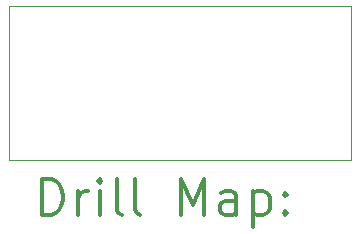
<source format=gbr>
%FSLAX45Y45*%
G04 Gerber Fmt 4.5, Leading zero omitted, Abs format (unit mm)*
G04 Created by KiCad (PCBNEW 5.1.6+dfsg1-1~bpo9+1) date 2022-04-04 20:18:46*
%MOMM*%
%LPD*%
G01*
G04 APERTURE LIST*
%TA.AperFunction,Profile*%
%ADD10C,0.050000*%
%TD*%
%ADD11C,0.200000*%
%ADD12C,0.300000*%
G04 APERTURE END LIST*
D10*
X10900000Y-6200000D02*
X10900000Y-7500000D01*
X8000000Y-7500000D02*
X10900000Y-7500000D01*
X8000000Y-6200000D02*
X10900000Y-6200000D01*
X8000000Y-7500000D02*
X8000000Y-6200000D01*
D11*
D12*
X8283928Y-7968214D02*
X8283928Y-7668214D01*
X8355357Y-7668214D01*
X8398214Y-7682500D01*
X8426786Y-7711071D01*
X8441071Y-7739643D01*
X8455357Y-7796786D01*
X8455357Y-7839643D01*
X8441071Y-7896786D01*
X8426786Y-7925357D01*
X8398214Y-7953929D01*
X8355357Y-7968214D01*
X8283928Y-7968214D01*
X8583928Y-7968214D02*
X8583928Y-7768214D01*
X8583928Y-7825357D02*
X8598214Y-7796786D01*
X8612500Y-7782500D01*
X8641071Y-7768214D01*
X8669643Y-7768214D01*
X8769643Y-7968214D02*
X8769643Y-7768214D01*
X8769643Y-7668214D02*
X8755357Y-7682500D01*
X8769643Y-7696786D01*
X8783928Y-7682500D01*
X8769643Y-7668214D01*
X8769643Y-7696786D01*
X8955357Y-7968214D02*
X8926786Y-7953929D01*
X8912500Y-7925357D01*
X8912500Y-7668214D01*
X9112500Y-7968214D02*
X9083928Y-7953929D01*
X9069643Y-7925357D01*
X9069643Y-7668214D01*
X9455357Y-7968214D02*
X9455357Y-7668214D01*
X9555357Y-7882500D01*
X9655357Y-7668214D01*
X9655357Y-7968214D01*
X9926786Y-7968214D02*
X9926786Y-7811071D01*
X9912500Y-7782500D01*
X9883928Y-7768214D01*
X9826786Y-7768214D01*
X9798214Y-7782500D01*
X9926786Y-7953929D02*
X9898214Y-7968214D01*
X9826786Y-7968214D01*
X9798214Y-7953929D01*
X9783928Y-7925357D01*
X9783928Y-7896786D01*
X9798214Y-7868214D01*
X9826786Y-7853929D01*
X9898214Y-7853929D01*
X9926786Y-7839643D01*
X10069643Y-7768214D02*
X10069643Y-8068214D01*
X10069643Y-7782500D02*
X10098214Y-7768214D01*
X10155357Y-7768214D01*
X10183928Y-7782500D01*
X10198214Y-7796786D01*
X10212500Y-7825357D01*
X10212500Y-7911071D01*
X10198214Y-7939643D01*
X10183928Y-7953929D01*
X10155357Y-7968214D01*
X10098214Y-7968214D01*
X10069643Y-7953929D01*
X10341071Y-7939643D02*
X10355357Y-7953929D01*
X10341071Y-7968214D01*
X10326786Y-7953929D01*
X10341071Y-7939643D01*
X10341071Y-7968214D01*
X10341071Y-7782500D02*
X10355357Y-7796786D01*
X10341071Y-7811071D01*
X10326786Y-7796786D01*
X10341071Y-7782500D01*
X10341071Y-7811071D01*
M02*

</source>
